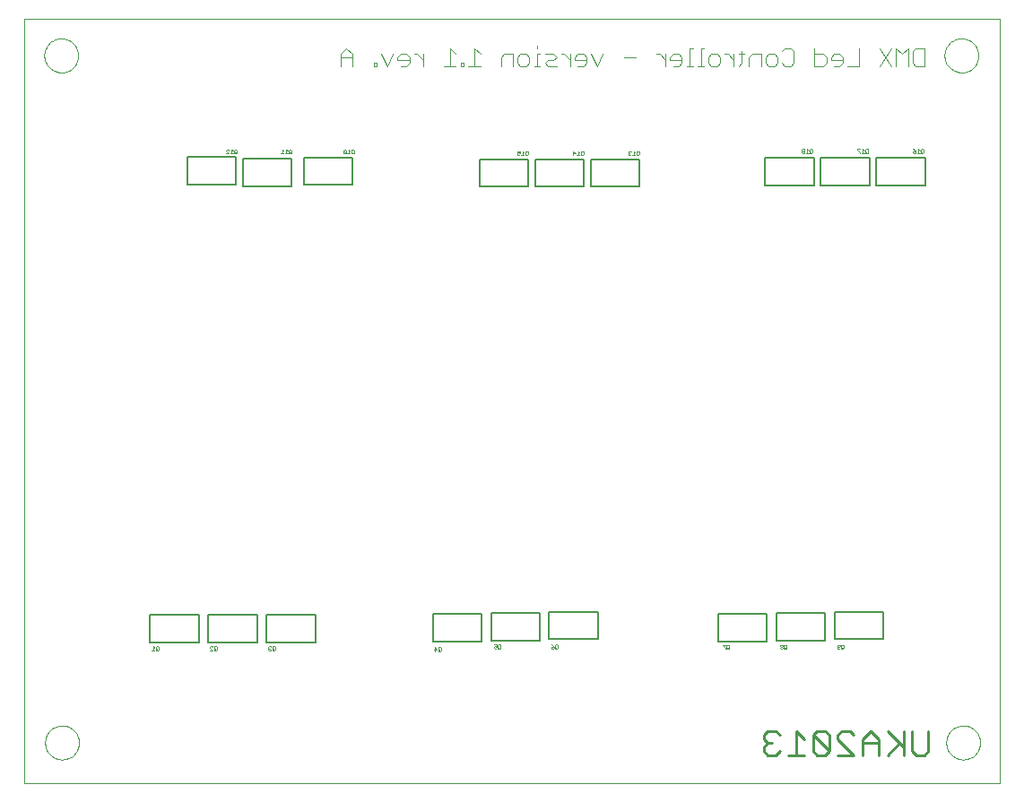
<source format=gbo>
G75*
G70*
%OFA0B0*%
%FSLAX24Y24*%
%IPPOS*%
%LPD*%
%AMOC8*
5,1,8,0,0,1.08239X$1,22.5*
%
%ADD10C,0.0000*%
%ADD11C,0.0100*%
%ADD12C,0.0080*%
%ADD13C,0.0010*%
D10*
X000326Y000188D02*
X000326Y028617D01*
X036598Y028617D01*
X036598Y000188D01*
X000326Y000188D01*
X001098Y001688D02*
X001100Y001738D01*
X001106Y001788D01*
X001116Y001837D01*
X001130Y001885D01*
X001147Y001932D01*
X001168Y001977D01*
X001193Y002021D01*
X001221Y002062D01*
X001253Y002101D01*
X001287Y002138D01*
X001324Y002172D01*
X001364Y002202D01*
X001406Y002229D01*
X001450Y002253D01*
X001496Y002274D01*
X001543Y002290D01*
X001591Y002303D01*
X001641Y002312D01*
X001690Y002317D01*
X001741Y002318D01*
X001791Y002315D01*
X001840Y002308D01*
X001889Y002297D01*
X001937Y002282D01*
X001983Y002264D01*
X002028Y002242D01*
X002071Y002216D01*
X002112Y002187D01*
X002151Y002155D01*
X002187Y002120D01*
X002219Y002082D01*
X002249Y002042D01*
X002276Y001999D01*
X002299Y001955D01*
X002318Y001909D01*
X002334Y001861D01*
X002346Y001812D01*
X002354Y001763D01*
X002358Y001713D01*
X002358Y001663D01*
X002354Y001613D01*
X002346Y001564D01*
X002334Y001515D01*
X002318Y001467D01*
X002299Y001421D01*
X002276Y001377D01*
X002249Y001334D01*
X002219Y001294D01*
X002187Y001256D01*
X002151Y001221D01*
X002112Y001189D01*
X002071Y001160D01*
X002028Y001134D01*
X001983Y001112D01*
X001937Y001094D01*
X001889Y001079D01*
X001840Y001068D01*
X001791Y001061D01*
X001741Y001058D01*
X001690Y001059D01*
X001641Y001064D01*
X001591Y001073D01*
X001543Y001086D01*
X001496Y001102D01*
X001450Y001123D01*
X001406Y001147D01*
X001364Y001174D01*
X001324Y001204D01*
X001287Y001238D01*
X001253Y001275D01*
X001221Y001314D01*
X001193Y001355D01*
X001168Y001399D01*
X001147Y001444D01*
X001130Y001491D01*
X001116Y001539D01*
X001106Y001588D01*
X001100Y001638D01*
X001098Y001688D01*
X012072Y026853D02*
X012072Y027294D01*
X012293Y027514D01*
X012513Y027294D01*
X012513Y026853D01*
X012513Y027184D02*
X012072Y027184D01*
X013314Y026963D02*
X013314Y026853D01*
X013424Y026853D01*
X013424Y026963D01*
X013314Y026963D01*
X013592Y027294D02*
X013812Y026853D01*
X014032Y027294D01*
X014199Y027184D02*
X014199Y027073D01*
X014640Y027073D01*
X014640Y026963D02*
X014640Y027184D01*
X014530Y027294D01*
X014310Y027294D01*
X014199Y027184D01*
X014310Y026853D02*
X014530Y026853D01*
X014640Y026963D01*
X014816Y027294D02*
X014926Y027294D01*
X015146Y027073D01*
X015146Y026853D02*
X015146Y027294D01*
X015921Y026853D02*
X016362Y026853D01*
X016555Y026853D02*
X016666Y026853D01*
X016666Y026963D01*
X016555Y026963D01*
X016555Y026853D01*
X016833Y026853D02*
X017273Y026853D01*
X017053Y026853D02*
X017053Y027514D01*
X017273Y027294D01*
X018048Y027184D02*
X018048Y026853D01*
X018048Y027184D02*
X018158Y027294D01*
X018489Y027294D01*
X018489Y026853D01*
X018656Y026963D02*
X018656Y027184D01*
X018766Y027294D01*
X018986Y027294D01*
X019096Y027184D01*
X019096Y026963D01*
X018986Y026853D01*
X018766Y026853D01*
X018656Y026963D01*
X019281Y026853D02*
X019502Y026853D01*
X019392Y026853D02*
X019392Y027294D01*
X019502Y027294D01*
X019669Y027294D02*
X019999Y027294D01*
X020109Y027184D01*
X019999Y027073D01*
X019779Y027073D01*
X019669Y026963D01*
X019779Y026853D01*
X020109Y026853D01*
X020285Y027294D02*
X020396Y027294D01*
X020616Y027073D01*
X020783Y027073D02*
X020783Y027184D01*
X020893Y027294D01*
X021113Y027294D01*
X021223Y027184D01*
X021223Y026963D01*
X021113Y026853D01*
X020893Y026853D01*
X020783Y027073D02*
X021223Y027073D01*
X021391Y027294D02*
X021611Y026853D01*
X021831Y027294D01*
X022606Y027184D02*
X023047Y027184D01*
X023830Y027294D02*
X023941Y027294D01*
X024161Y027073D01*
X024328Y027073D02*
X024328Y027184D01*
X024438Y027294D01*
X024658Y027294D01*
X024768Y027184D01*
X024768Y026963D01*
X024658Y026853D01*
X024438Y026853D01*
X024328Y027073D02*
X024768Y027073D01*
X024953Y026853D02*
X025174Y026853D01*
X025064Y026853D02*
X025064Y027514D01*
X025174Y027514D01*
X025469Y027514D02*
X025469Y026853D01*
X025579Y026853D02*
X025359Y026853D01*
X025746Y026963D02*
X025746Y027184D01*
X025856Y027294D01*
X026076Y027294D01*
X026187Y027184D01*
X026187Y026963D01*
X026076Y026853D01*
X025856Y026853D01*
X025746Y026963D01*
X025579Y027514D02*
X025469Y027514D01*
X026363Y027294D02*
X026473Y027294D01*
X026693Y027073D01*
X026693Y026853D02*
X026693Y027294D01*
X026878Y027294D02*
X027098Y027294D01*
X026988Y027404D02*
X026988Y026963D01*
X026878Y026853D01*
X027265Y026853D02*
X027265Y027184D01*
X027376Y027294D01*
X027706Y027294D01*
X027706Y026853D01*
X027873Y026963D02*
X027873Y027184D01*
X027983Y027294D01*
X028203Y027294D01*
X028314Y027184D01*
X028314Y026963D01*
X028203Y026853D01*
X027983Y026853D01*
X027873Y026963D01*
X028481Y026963D02*
X028591Y026853D01*
X028811Y026853D01*
X028921Y026963D01*
X028921Y027404D01*
X028811Y027514D01*
X028591Y027514D01*
X028481Y027404D01*
X029696Y027514D02*
X029696Y026853D01*
X030027Y026853D01*
X030137Y026963D01*
X030137Y027184D01*
X030027Y027294D01*
X029696Y027294D01*
X030304Y027184D02*
X030304Y027073D01*
X030744Y027073D01*
X030744Y026963D02*
X030744Y027184D01*
X030634Y027294D01*
X030414Y027294D01*
X030304Y027184D01*
X030414Y026853D02*
X030634Y026853D01*
X030744Y026963D01*
X030912Y026853D02*
X031352Y026853D01*
X031352Y027514D01*
X032127Y027514D02*
X032568Y026853D01*
X032735Y026853D02*
X032735Y027514D01*
X032955Y027294D01*
X033175Y027514D01*
X033175Y026853D01*
X033343Y026963D02*
X033343Y027404D01*
X033453Y027514D01*
X033783Y027514D01*
X033783Y026853D01*
X033453Y026853D01*
X033343Y026963D01*
X032568Y027514D02*
X032127Y026853D01*
X034531Y027247D02*
X034533Y027297D01*
X034539Y027347D01*
X034549Y027396D01*
X034563Y027444D01*
X034580Y027491D01*
X034601Y027536D01*
X034626Y027580D01*
X034654Y027621D01*
X034686Y027660D01*
X034720Y027697D01*
X034757Y027731D01*
X034797Y027761D01*
X034839Y027788D01*
X034883Y027812D01*
X034929Y027833D01*
X034976Y027849D01*
X035024Y027862D01*
X035074Y027871D01*
X035123Y027876D01*
X035174Y027877D01*
X035224Y027874D01*
X035273Y027867D01*
X035322Y027856D01*
X035370Y027841D01*
X035416Y027823D01*
X035461Y027801D01*
X035504Y027775D01*
X035545Y027746D01*
X035584Y027714D01*
X035620Y027679D01*
X035652Y027641D01*
X035682Y027601D01*
X035709Y027558D01*
X035732Y027514D01*
X035751Y027468D01*
X035767Y027420D01*
X035779Y027371D01*
X035787Y027322D01*
X035791Y027272D01*
X035791Y027222D01*
X035787Y027172D01*
X035779Y027123D01*
X035767Y027074D01*
X035751Y027026D01*
X035732Y026980D01*
X035709Y026936D01*
X035682Y026893D01*
X035652Y026853D01*
X035620Y026815D01*
X035584Y026780D01*
X035545Y026748D01*
X035504Y026719D01*
X035461Y026693D01*
X035416Y026671D01*
X035370Y026653D01*
X035322Y026638D01*
X035273Y026627D01*
X035224Y026620D01*
X035174Y026617D01*
X035123Y026618D01*
X035074Y026623D01*
X035024Y026632D01*
X034976Y026645D01*
X034929Y026661D01*
X034883Y026682D01*
X034839Y026706D01*
X034797Y026733D01*
X034757Y026763D01*
X034720Y026797D01*
X034686Y026834D01*
X034654Y026873D01*
X034626Y026914D01*
X034601Y026958D01*
X034580Y027003D01*
X034563Y027050D01*
X034549Y027098D01*
X034539Y027147D01*
X034533Y027197D01*
X034531Y027247D01*
X024161Y027294D02*
X024161Y026853D01*
X020616Y026853D02*
X020616Y027294D01*
X019392Y027514D02*
X019392Y027624D01*
X016362Y027294D02*
X016142Y027514D01*
X016142Y026853D01*
X001066Y027247D02*
X001068Y027297D01*
X001074Y027347D01*
X001084Y027396D01*
X001098Y027444D01*
X001115Y027491D01*
X001136Y027536D01*
X001161Y027580D01*
X001189Y027621D01*
X001221Y027660D01*
X001255Y027697D01*
X001292Y027731D01*
X001332Y027761D01*
X001374Y027788D01*
X001418Y027812D01*
X001464Y027833D01*
X001511Y027849D01*
X001559Y027862D01*
X001609Y027871D01*
X001658Y027876D01*
X001709Y027877D01*
X001759Y027874D01*
X001808Y027867D01*
X001857Y027856D01*
X001905Y027841D01*
X001951Y027823D01*
X001996Y027801D01*
X002039Y027775D01*
X002080Y027746D01*
X002119Y027714D01*
X002155Y027679D01*
X002187Y027641D01*
X002217Y027601D01*
X002244Y027558D01*
X002267Y027514D01*
X002286Y027468D01*
X002302Y027420D01*
X002314Y027371D01*
X002322Y027322D01*
X002326Y027272D01*
X002326Y027222D01*
X002322Y027172D01*
X002314Y027123D01*
X002302Y027074D01*
X002286Y027026D01*
X002267Y026980D01*
X002244Y026936D01*
X002217Y026893D01*
X002187Y026853D01*
X002155Y026815D01*
X002119Y026780D01*
X002080Y026748D01*
X002039Y026719D01*
X001996Y026693D01*
X001951Y026671D01*
X001905Y026653D01*
X001857Y026638D01*
X001808Y026627D01*
X001759Y026620D01*
X001709Y026617D01*
X001658Y026618D01*
X001609Y026623D01*
X001559Y026632D01*
X001511Y026645D01*
X001464Y026661D01*
X001418Y026682D01*
X001374Y026706D01*
X001332Y026733D01*
X001292Y026763D01*
X001255Y026797D01*
X001221Y026834D01*
X001189Y026873D01*
X001161Y026914D01*
X001136Y026958D01*
X001115Y027003D01*
X001098Y027050D01*
X001084Y027098D01*
X001074Y027147D01*
X001068Y027197D01*
X001066Y027247D01*
X034598Y001688D02*
X034600Y001738D01*
X034606Y001788D01*
X034616Y001837D01*
X034630Y001885D01*
X034647Y001932D01*
X034668Y001977D01*
X034693Y002021D01*
X034721Y002062D01*
X034753Y002101D01*
X034787Y002138D01*
X034824Y002172D01*
X034864Y002202D01*
X034906Y002229D01*
X034950Y002253D01*
X034996Y002274D01*
X035043Y002290D01*
X035091Y002303D01*
X035141Y002312D01*
X035190Y002317D01*
X035241Y002318D01*
X035291Y002315D01*
X035340Y002308D01*
X035389Y002297D01*
X035437Y002282D01*
X035483Y002264D01*
X035528Y002242D01*
X035571Y002216D01*
X035612Y002187D01*
X035651Y002155D01*
X035687Y002120D01*
X035719Y002082D01*
X035749Y002042D01*
X035776Y001999D01*
X035799Y001955D01*
X035818Y001909D01*
X035834Y001861D01*
X035846Y001812D01*
X035854Y001763D01*
X035858Y001713D01*
X035858Y001663D01*
X035854Y001613D01*
X035846Y001564D01*
X035834Y001515D01*
X035818Y001467D01*
X035799Y001421D01*
X035776Y001377D01*
X035749Y001334D01*
X035719Y001294D01*
X035687Y001256D01*
X035651Y001221D01*
X035612Y001189D01*
X035571Y001160D01*
X035528Y001134D01*
X035483Y001112D01*
X035437Y001094D01*
X035389Y001079D01*
X035340Y001068D01*
X035291Y001061D01*
X035241Y001058D01*
X035190Y001059D01*
X035141Y001064D01*
X035091Y001073D01*
X035043Y001086D01*
X034996Y001102D01*
X034950Y001123D01*
X034906Y001147D01*
X034864Y001174D01*
X034824Y001204D01*
X034787Y001238D01*
X034753Y001275D01*
X034721Y001314D01*
X034693Y001355D01*
X034668Y001399D01*
X034647Y001444D01*
X034630Y001491D01*
X034616Y001539D01*
X034606Y001588D01*
X034600Y001638D01*
X034598Y001688D01*
D11*
X033930Y001364D02*
X033780Y001214D01*
X033479Y001214D01*
X033329Y001364D01*
X033329Y002115D01*
X033009Y002115D02*
X033009Y001214D01*
X033009Y001515D02*
X032409Y002115D01*
X032088Y001815D02*
X031788Y002115D01*
X031488Y001815D01*
X031488Y001214D01*
X031167Y001214D02*
X030567Y001815D01*
X030567Y001965D01*
X030717Y002115D01*
X031017Y002115D01*
X031167Y001965D01*
X031488Y001665D02*
X032088Y001665D01*
X032088Y001815D02*
X032088Y001214D01*
X032409Y001214D02*
X032859Y001665D01*
X033930Y001364D02*
X033930Y002115D01*
X031167Y001214D02*
X030567Y001214D01*
X030247Y001364D02*
X029646Y001965D01*
X029646Y001364D01*
X029796Y001214D01*
X030097Y001214D01*
X030247Y001364D01*
X030247Y001965D01*
X030097Y002115D01*
X029796Y002115D01*
X029646Y001965D01*
X029326Y001815D02*
X029026Y002115D01*
X029026Y001214D01*
X029326Y001214D02*
X028725Y001214D01*
X028405Y001364D02*
X028255Y001214D01*
X027955Y001214D01*
X027805Y001364D01*
X027805Y001515D01*
X027955Y001665D01*
X028105Y001665D01*
X027955Y001665D02*
X027805Y001815D01*
X027805Y001965D01*
X027955Y002115D01*
X028255Y002115D01*
X028405Y001965D01*
D12*
X027933Y005452D02*
X026122Y005452D01*
X026122Y006475D01*
X027933Y006475D01*
X027933Y005452D01*
X028287Y005491D02*
X030098Y005491D01*
X030098Y006515D01*
X028287Y006515D01*
X028287Y005491D01*
X030452Y005530D02*
X032263Y005530D01*
X032263Y006554D01*
X030452Y006554D01*
X030452Y005530D01*
X021645Y005530D02*
X019834Y005530D01*
X019834Y006554D01*
X021645Y006554D01*
X021645Y005530D01*
X019480Y005491D02*
X017669Y005491D01*
X017669Y006515D01*
X019480Y006515D01*
X019480Y005491D01*
X017314Y005452D02*
X015503Y005452D01*
X015503Y006475D01*
X017314Y006475D01*
X017314Y005452D01*
X011141Y005417D02*
X009330Y005417D01*
X009330Y006440D01*
X011141Y006440D01*
X011141Y005417D01*
X008975Y005417D02*
X007164Y005417D01*
X007164Y006440D01*
X008975Y006440D01*
X008975Y005417D01*
X006811Y005416D02*
X005000Y005416D01*
X005000Y006440D01*
X006811Y006440D01*
X006811Y005416D01*
X006377Y022448D02*
X008189Y022448D01*
X008189Y023471D01*
X006377Y023471D01*
X006377Y022448D01*
X008444Y022389D02*
X010255Y022389D01*
X010255Y023412D01*
X008444Y023412D01*
X008444Y022389D01*
X010708Y022428D02*
X012519Y022428D01*
X012519Y023452D01*
X010708Y023452D01*
X010708Y022428D01*
X017252Y022365D02*
X019063Y022365D01*
X019063Y023389D01*
X017252Y023389D01*
X017252Y022365D01*
X019318Y022364D02*
X021129Y022364D01*
X021129Y023388D01*
X019318Y023388D01*
X019318Y022364D01*
X021386Y022365D02*
X023197Y022365D01*
X023197Y023389D01*
X021386Y023389D01*
X021386Y022365D01*
X027858Y022404D02*
X029669Y022404D01*
X029669Y023428D01*
X027858Y023428D01*
X027858Y022404D01*
X029925Y022404D02*
X031736Y022404D01*
X031736Y023428D01*
X029925Y023428D01*
X029925Y022404D01*
X031992Y022404D02*
X033803Y022404D01*
X033803Y023428D01*
X031992Y023428D01*
X031992Y022404D01*
D13*
X031669Y023617D02*
X031694Y023643D01*
X031694Y023743D01*
X031669Y023768D01*
X031618Y023768D01*
X031593Y023743D01*
X031593Y023643D01*
X031618Y023617D01*
X031669Y023617D01*
X031644Y023668D02*
X031593Y023617D01*
X031546Y023617D02*
X031446Y023617D01*
X031399Y023617D02*
X031399Y023643D01*
X031299Y023743D01*
X031299Y023768D01*
X031399Y023768D01*
X031496Y023768D02*
X031496Y023617D01*
X031546Y023718D02*
X031496Y023768D01*
X029627Y023743D02*
X029627Y023643D01*
X029602Y023617D01*
X029552Y023617D01*
X029527Y023643D01*
X029527Y023743D01*
X029552Y023768D01*
X029602Y023768D01*
X029627Y023743D01*
X029577Y023668D02*
X029527Y023617D01*
X029479Y023617D02*
X029379Y023617D01*
X029429Y023617D02*
X029429Y023768D01*
X029479Y023718D01*
X029332Y023718D02*
X029332Y023743D01*
X029307Y023768D01*
X029257Y023768D01*
X029232Y023743D01*
X029232Y023718D01*
X029257Y023693D01*
X029307Y023693D01*
X029332Y023718D01*
X029307Y023693D02*
X029332Y023668D01*
X029332Y023643D01*
X029307Y023617D01*
X029257Y023617D01*
X029232Y023643D01*
X029232Y023668D01*
X029257Y023693D01*
X033366Y023643D02*
X033366Y023668D01*
X033391Y023693D01*
X033466Y023693D01*
X033466Y023643D01*
X033441Y023617D01*
X033391Y023617D01*
X033366Y023643D01*
X033416Y023743D02*
X033466Y023693D01*
X033416Y023743D02*
X033366Y023768D01*
X033563Y023768D02*
X033563Y023617D01*
X033613Y023617D02*
X033513Y023617D01*
X033613Y023718D02*
X033563Y023768D01*
X033660Y023743D02*
X033660Y023643D01*
X033685Y023617D01*
X033735Y023617D01*
X033760Y023643D01*
X033760Y023743D01*
X033735Y023768D01*
X033685Y023768D01*
X033660Y023743D01*
X033710Y023668D02*
X033660Y023617D01*
X023170Y023568D02*
X023145Y023543D01*
X023095Y023543D01*
X023070Y023568D01*
X023070Y023668D01*
X023095Y023693D01*
X023145Y023693D01*
X023170Y023668D01*
X023170Y023568D01*
X023120Y023593D02*
X023070Y023543D01*
X023023Y023543D02*
X022923Y023543D01*
X022973Y023543D02*
X022973Y023693D01*
X023023Y023643D01*
X022875Y023668D02*
X022850Y023693D01*
X022800Y023693D01*
X022775Y023668D01*
X022775Y023643D01*
X022800Y023618D01*
X022775Y023593D01*
X022775Y023568D01*
X022800Y023543D01*
X022850Y023543D01*
X022875Y023568D01*
X022825Y023618D02*
X022800Y023618D01*
X021104Y023567D02*
X021104Y023667D01*
X021079Y023692D01*
X021029Y023692D01*
X021004Y023667D01*
X021004Y023567D01*
X021029Y023542D01*
X021079Y023542D01*
X021104Y023567D01*
X021054Y023592D02*
X021004Y023542D01*
X020956Y023542D02*
X020856Y023542D01*
X020906Y023542D02*
X020906Y023692D01*
X020956Y023642D01*
X020809Y023617D02*
X020709Y023617D01*
X020734Y023542D02*
X020734Y023692D01*
X020809Y023617D01*
X019036Y023568D02*
X019011Y023543D01*
X018961Y023543D01*
X018936Y023568D01*
X018936Y023668D01*
X018961Y023693D01*
X019011Y023693D01*
X019036Y023668D01*
X019036Y023568D01*
X018986Y023593D02*
X018936Y023543D01*
X018889Y023543D02*
X018789Y023543D01*
X018839Y023543D02*
X018839Y023693D01*
X018889Y023643D01*
X018742Y023618D02*
X018742Y023693D01*
X018641Y023693D01*
X018666Y023643D02*
X018641Y023618D01*
X018641Y023568D01*
X018666Y023543D01*
X018717Y023543D01*
X018742Y023568D01*
X018742Y023618D02*
X018691Y023643D01*
X018666Y023643D01*
X012575Y023619D02*
X012550Y023594D01*
X012500Y023594D01*
X012475Y023619D01*
X012475Y023719D01*
X012500Y023744D01*
X012550Y023744D01*
X012575Y023719D01*
X012575Y023619D01*
X012525Y023644D02*
X012475Y023594D01*
X012428Y023594D02*
X012328Y023594D01*
X012378Y023594D02*
X012378Y023744D01*
X012428Y023694D01*
X012281Y023719D02*
X012256Y023744D01*
X012206Y023744D01*
X012181Y023719D01*
X012281Y023619D01*
X012256Y023594D01*
X012206Y023594D01*
X012181Y023619D01*
X012181Y023719D01*
X012281Y023719D02*
X012281Y023619D01*
X010253Y023619D02*
X010228Y023594D01*
X010178Y023594D01*
X010153Y023619D01*
X010153Y023719D01*
X010178Y023744D01*
X010228Y023744D01*
X010253Y023719D01*
X010253Y023619D01*
X010203Y023644D02*
X010153Y023594D01*
X010105Y023594D02*
X010005Y023594D01*
X009958Y023594D02*
X009858Y023594D01*
X009908Y023594D02*
X009908Y023744D01*
X009958Y023694D01*
X010055Y023744D02*
X010055Y023594D01*
X010105Y023694D02*
X010055Y023744D01*
X008225Y023719D02*
X008225Y023619D01*
X008200Y023594D01*
X008150Y023594D01*
X008125Y023619D01*
X008125Y023719D01*
X008150Y023744D01*
X008200Y023744D01*
X008225Y023719D01*
X008175Y023644D02*
X008125Y023594D01*
X008078Y023594D02*
X007978Y023594D01*
X007930Y023594D02*
X007830Y023694D01*
X007830Y023719D01*
X007855Y023744D01*
X007905Y023744D01*
X007930Y023719D01*
X008028Y023744D02*
X008028Y023594D01*
X007930Y023594D02*
X007830Y023594D01*
X008028Y023744D02*
X008078Y023694D01*
X007450Y005262D02*
X007400Y005262D01*
X007375Y005237D01*
X007375Y005137D01*
X007400Y005112D01*
X007450Y005112D01*
X007476Y005137D01*
X007476Y005237D01*
X007450Y005262D01*
X007425Y005162D02*
X007375Y005112D01*
X007328Y005112D02*
X007228Y005212D01*
X007228Y005237D01*
X007253Y005262D01*
X007303Y005262D01*
X007328Y005237D01*
X007328Y005112D02*
X007228Y005112D01*
X005311Y005137D02*
X005286Y005112D01*
X005236Y005112D01*
X005211Y005137D01*
X005211Y005237D01*
X005236Y005262D01*
X005286Y005262D01*
X005311Y005237D01*
X005311Y005137D01*
X005261Y005162D02*
X005211Y005112D01*
X005163Y005112D02*
X005063Y005112D01*
X005113Y005112D02*
X005113Y005262D01*
X005163Y005212D01*
X009394Y005212D02*
X009419Y005187D01*
X009394Y005162D01*
X009394Y005137D01*
X009419Y005112D01*
X009469Y005112D01*
X009494Y005137D01*
X009541Y005137D02*
X009566Y005112D01*
X009616Y005112D01*
X009641Y005137D01*
X009641Y005237D01*
X009616Y005262D01*
X009566Y005262D01*
X009541Y005237D01*
X009541Y005137D01*
X009541Y005112D02*
X009591Y005162D01*
X009494Y005237D02*
X009469Y005262D01*
X009419Y005262D01*
X009394Y005237D01*
X009394Y005212D01*
X009419Y005187D02*
X009444Y005187D01*
X015559Y005160D02*
X015659Y005160D01*
X015584Y005235D01*
X015584Y005085D01*
X015707Y005085D02*
X015757Y005135D01*
X015782Y005085D02*
X015807Y005110D01*
X015807Y005210D01*
X015782Y005235D01*
X015732Y005235D01*
X015707Y005210D01*
X015707Y005110D01*
X015732Y005085D01*
X015782Y005085D01*
X017784Y005208D02*
X017809Y005183D01*
X017859Y005183D01*
X017884Y005208D01*
X017931Y005208D02*
X017956Y005183D01*
X018006Y005183D01*
X018031Y005208D01*
X018031Y005308D01*
X018006Y005333D01*
X017956Y005333D01*
X017931Y005308D01*
X017931Y005208D01*
X017931Y005183D02*
X017981Y005233D01*
X017884Y005258D02*
X017834Y005283D01*
X017809Y005283D01*
X017784Y005258D01*
X017784Y005208D01*
X017884Y005258D02*
X017884Y005333D01*
X017784Y005333D01*
X019910Y005333D02*
X019960Y005308D01*
X020010Y005258D01*
X019935Y005258D01*
X019910Y005233D01*
X019910Y005208D01*
X019935Y005183D01*
X019985Y005183D01*
X020010Y005208D01*
X020010Y005258D01*
X020057Y005208D02*
X020082Y005183D01*
X020132Y005183D01*
X020157Y005208D01*
X020157Y005308D01*
X020132Y005333D01*
X020082Y005333D01*
X020057Y005308D01*
X020057Y005208D01*
X020057Y005183D02*
X020107Y005233D01*
X026288Y005296D02*
X026388Y005196D01*
X026388Y005171D01*
X026435Y005171D02*
X026485Y005221D01*
X026435Y005196D02*
X026460Y005171D01*
X026510Y005171D01*
X026535Y005196D01*
X026535Y005296D01*
X026510Y005321D01*
X026460Y005321D01*
X026435Y005296D01*
X026435Y005196D01*
X026388Y005321D02*
X026288Y005321D01*
X026288Y005296D01*
X028414Y005296D02*
X028414Y005271D01*
X028439Y005246D01*
X028489Y005246D01*
X028514Y005271D01*
X028514Y005296D01*
X028489Y005321D01*
X028439Y005321D01*
X028414Y005296D01*
X028439Y005246D02*
X028414Y005221D01*
X028414Y005196D01*
X028439Y005171D01*
X028489Y005171D01*
X028514Y005196D01*
X028514Y005221D01*
X028489Y005246D01*
X028561Y005196D02*
X028586Y005171D01*
X028636Y005171D01*
X028661Y005196D01*
X028661Y005296D01*
X028636Y005321D01*
X028586Y005321D01*
X028561Y005296D01*
X028561Y005196D01*
X028561Y005171D02*
X028611Y005221D01*
X030540Y005196D02*
X030565Y005171D01*
X030615Y005171D01*
X030640Y005196D01*
X030687Y005196D02*
X030712Y005171D01*
X030762Y005171D01*
X030787Y005196D01*
X030787Y005296D01*
X030762Y005321D01*
X030712Y005321D01*
X030687Y005296D01*
X030687Y005196D01*
X030687Y005171D02*
X030737Y005221D01*
X030640Y005271D02*
X030615Y005246D01*
X030540Y005246D01*
X030540Y005196D02*
X030540Y005296D01*
X030565Y005321D01*
X030615Y005321D01*
X030640Y005296D01*
X030640Y005271D01*
M02*

</source>
